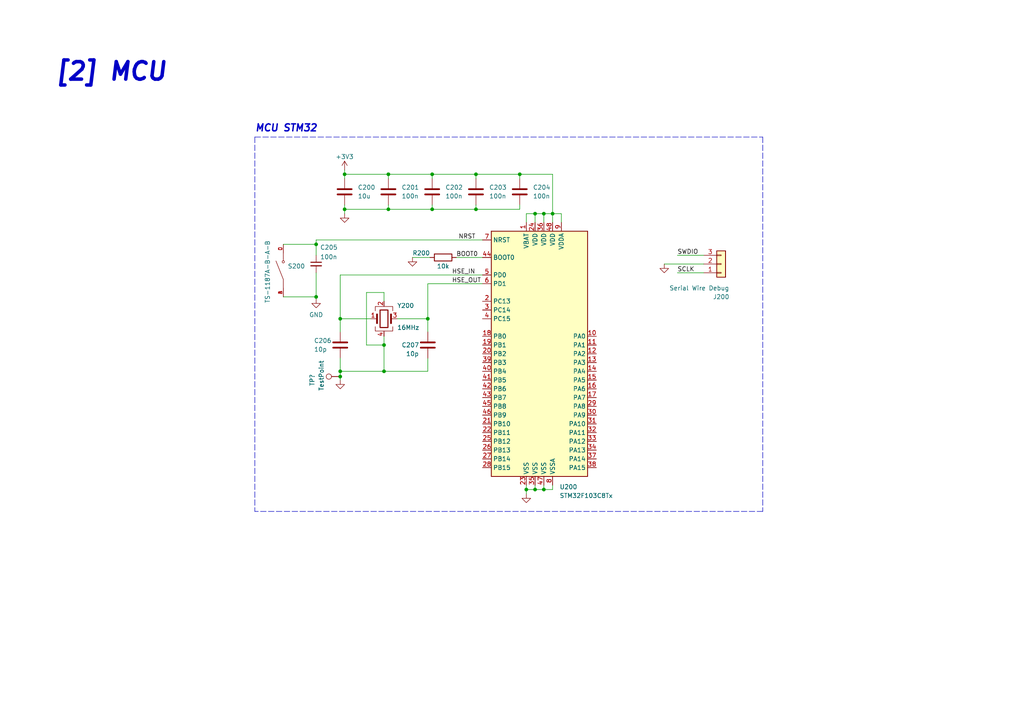
<source format=kicad_sch>
(kicad_sch (version 20211123) (generator eeschema)
  (paper "A4")
  (lib_symbols
    (symbol "Connector:TestPoint" (pin_numbers hide) (pin_names (offset 0.762) hide)
      (property "Reference" "TP" (at 0 6.858 0))
      (property "Value" "TestPoint" (at 0 5.08 0))
      (symbol "TestPoint_0_1"
        (circle (center 0 3.302) (radius 0.762))
      )
      (symbol "TestPoint_1_1"
        (pin passive line (at 0 0 90) (length 2.54) (name "1") (number "1"))
      )
    )
    (symbol "Connector_Generic:Conn_01x03" (pin_names (offset 1.016) hide)
      (property "Reference" "J" (at 0 5.08 0))
      (property "Value" "Conn_01x03" (at 0 -5.08 0))
      (symbol "Conn_01x03_1_1"
        (rectangle (start -1.27 -2.413) (end 0 -2.667) (stroke (width 0.1524)))
        (rectangle (start -1.27 0.127) (end 0 -0.127) (stroke (width 0.1524)))
        (rectangle (start -1.27 2.667) (end 0 2.413) (stroke (width 0.1524)))
        (rectangle (start -1.27 3.81) (end 1.27 -3.81) (stroke (width 0.254)) (fill (type background)))
        (pin passive line (at -5.08 2.54 0) (length 3.81) (name "Pin_1") (number "1"))
        (pin passive line (at -5.08 0 0) (length 3.81) (name "Pin_2") (number "2"))
        (pin passive line (at -5.08 -2.54 0) (length 3.81) (name "Pin_3") (number "3"))
      )
    )
    (symbol "Device:C" (pin_numbers hide) (pin_names (offset 0.254))
      (property "Reference" "C" (at 0.635 2.54 0))
      (property "Value" "C" (at 0.635 -2.54 0))
      (symbol "C_0_1"
        (polyline (pts (xy -2.032 -0.762) (xy 2.032 -0.762)) (stroke (width 0.508)))
        (polyline (pts (xy -2.032 0.762) (xy 2.032 0.762)) (stroke (width 0.508)))
      )
      (symbol "C_1_1"
        (pin passive line (at 0 3.81 270) (length 2.794) (name "~") (number "1"))
        (pin passive line (at 0 -3.81 90) (length 2.794) (name "~") (number "2"))
      )
    )
    (symbol "Device:C_Small" (pin_numbers hide) (pin_names (offset 0.254) hide)
      (property "Reference" "C" (at 0.254 1.778 0))
      (property "Value" "C_Small" (at 0.254 -2.032 0))
      (symbol "C_Small_0_1"
        (polyline (pts (xy -1.524 -0.508) (xy 1.524 -0.508)) (stroke (width 0.3302)))
        (polyline (pts (xy -1.524 0.508) (xy 1.524 0.508)) (stroke (width 0.3048)))
      )
      (symbol "C_Small_1_1"
        (pin passive line (at 0 2.54 270) (length 2.032) (name "~") (number "1"))
        (pin passive line (at 0 -2.54 90) (length 2.032) (name "~") (number "2"))
      )
    )
    (symbol "Device:Crystal_GND24" (pin_names (offset 1.016) hide)
      (property "Reference" "Y" (at 3.175 5.08 0))
      (property "Value" "Crystal_GND24" (at 3.175 3.175 0))
      (symbol "Crystal_GND24_0_1"
        (rectangle (start -1.143 2.54) (end 1.143 -2.54) (stroke (width 0.3048)))
        (polyline (pts (xy -2.54 0) (xy -2.032 0)))
        (polyline (pts (xy -2.032 -1.27) (xy -2.032 1.27)) (stroke (width 0.508)))
        (polyline (pts (xy 0 -3.81) (xy 0 -3.556)))
        (polyline (pts (xy 0 3.556) (xy 0 3.81)))
        (polyline (pts (xy 2.032 -1.27) (xy 2.032 1.27)) (stroke (width 0.508)))
        (polyline (pts (xy 2.032 0) (xy 2.54 0)))
        (polyline (pts (xy -2.54 -2.286) (xy -2.54 -3.556) (xy 2.54 -3.556) (xy 2.54 -2.286)))
        (polyline (pts (xy -2.54 2.286) (xy -2.54 3.556) (xy 2.54 3.556) (xy 2.54 2.286)))
      )
      (symbol "Crystal_GND24_1_1"
        (pin passive line (at -3.81 0 0) (length 1.27) (name "1") (number "1"))
        (pin passive line (at 0 5.08 270) (length 1.27) (name "2") (number "2"))
        (pin passive line (at 3.81 0 180) (length 1.27) (name "3") (number "3"))
        (pin passive line (at 0 -5.08 90) (length 1.27) (name "4") (number "4"))
      )
    )
    (symbol "Device:R" (pin_numbers hide) (pin_names (offset 0))
      (property "Reference" "R" (at 2.032 0 90))
      (property "Value" "R" (at 0 0 90))
      (symbol "R_0_1"
        (rectangle (start -1.016 -2.54) (end 1.016 2.54) (stroke (width 0.254)))
      )
      (symbol "R_1_1"
        (pin passive line (at 0 3.81 270) (length 1.27) (name "~") (number "1"))
        (pin passive line (at 0 -3.81 90) (length 1.27) (name "~") (number "2"))
      )
    )
    (symbol "MCU_ST_STM32F1:STM32F103C8Tx"
      (property "Reference" "U" (at -15.24 36.83 0))
      (property "Value" "STM32F103C8Tx" (at 7.62 36.83 0))
      (symbol "STM32F103C8Tx_0_1"
        (rectangle (start -15.24 -35.56) (end 12.7 35.56) (stroke (width 0.254)) (fill (type background)))
      )
      (symbol "STM32F103C8Tx_1_1"
        (pin power_in line (at -5.08 38.1 270) (length 2.54) (name "VBAT") (number "1"))
        (pin bidirectional line (at 15.24 5.08 180) (length 2.54) (name "PA0") (number "10"))
        (pin bidirectional line (at 15.24 2.54 180) (length 2.54) (name "PA1") (number "11"))
        (pin bidirectional line (at 15.24 0 180) (length 2.54) (name "PA2") (number "12"))
        (pin bidirectional line (at 15.24 -2.54 180) (length 2.54) (name "PA3") (number "13"))
        (pin bidirectional line (at 15.24 -5.08 180) (length 2.54) (name "PA4") (number "14"))
        (pin bidirectional line (at 15.24 -7.62 180) (length 2.54) (name "PA5") (number "15"))
        (pin bidirectional line (at 15.24 -10.16 180) (length 2.54) (name "PA6") (number "16"))
        (pin bidirectional line (at 15.24 -12.7 180) (length 2.54) (name "PA7") (number "17"))
        (pin bidirectional line (at -17.78 5.08 0) (length 2.54) (name "PB0") (number "18"))
        (pin bidirectional line (at -17.78 2.54 0) (length 2.54) (name "PB1") (number "19"))
        (pin bidirectional line (at -17.78 15.24 0) (length 2.54) (name "PC13") (number "2"))
        (pin bidirectional line (at -17.78 0 0) (length 2.54) (name "PB2") (number "20"))
        (pin bidirectional line (at -17.78 -20.32 0) (length 2.54) (name "PB10") (number "21"))
        (pin bidirectional line (at -17.78 -22.86 0) (length 2.54) (name "PB11") (number "22"))
        (pin power_in line (at -5.08 -38.1 90) (length 2.54) (name "VSS") (number "23"))
        (pin power_in line (at -2.54 38.1 270) (length 2.54) (name "VDD") (number "24"))
        (pin bidirectional line (at -17.78 -25.4 0) (length 2.54) (name "PB12") (number "25"))
        (pin bidirectional line (at -17.78 -27.94 0) (length 2.54) (name "PB13") (number "26"))
        (pin bidirectional line (at -17.78 -30.48 0) (length 2.54) (name "PB14") (number "27"))
        (pin bidirectional line (at -17.78 -33.02 0) (length 2.54) (name "PB15") (number "28"))
        (pin bidirectional line (at 15.24 -15.24 180) (length 2.54) (name "PA8") (number "29"))
        (pin bidirectional line (at -17.78 12.7 0) (length 2.54) (name "PC14") (number "3"))
        (pin bidirectional line (at 15.24 -17.78 180) (length 2.54) (name "PA9") (number "30"))
        (pin bidirectional line (at 15.24 -20.32 180) (length 2.54) (name "PA10") (number "31"))
        (pin bidirectional line (at 15.24 -22.86 180) (length 2.54) (name "PA11") (number "32"))
        (pin bidirectional line (at 15.24 -25.4 180) (length 2.54) (name "PA12") (number "33"))
        (pin bidirectional line (at 15.24 -27.94 180) (length 2.54) (name "PA13") (number "34"))
        (pin power_in line (at -2.54 -38.1 90) (length 2.54) (name "VSS") (number "35"))
        (pin power_in line (at 0 38.1 270) (length 2.54) (name "VDD") (number "36"))
        (pin bidirectional line (at 15.24 -30.48 180) (length 2.54) (name "PA14") (number "37"))
        (pin bidirectional line (at 15.24 -33.02 180) (length 2.54) (name "PA15") (number "38"))
        (pin bidirectional line (at -17.78 -2.54 0) (length 2.54) (name "PB3") (number "39"))
        (pin bidirectional line (at -17.78 10.16 0) (length 2.54) (name "PC15") (number "4"))
        (pin bidirectional line (at -17.78 -5.08 0) (length 2.54) (name "PB4") (number "40"))
        (pin bidirectional line (at -17.78 -7.62 0) (length 2.54) (name "PB5") (number "41"))
        (pin bidirectional line (at -17.78 -10.16 0) (length 2.54) (name "PB6") (number "42"))
        (pin bidirectional line (at -17.78 -12.7 0) (length 2.54) (name "PB7") (number "43"))
        (pin input line (at -17.78 27.94 0) (length 2.54) (name "BOOT0") (number "44"))
        (pin bidirectional line (at -17.78 -15.24 0) (length 2.54) (name "PB8") (number "45"))
        (pin bidirectional line (at -17.78 -17.78 0) (length 2.54) (name "PB9") (number "46"))
        (pin power_in line (at 0 -38.1 90) (length 2.54) (name "VSS") (number "47"))
        (pin power_in line (at 2.54 38.1 270) (length 2.54) (name "VDD") (number "48"))
        (pin input line (at -17.78 22.86 0) (length 2.54) (name "PD0") (number "5"))
        (pin input line (at -17.78 20.32 0) (length 2.54) (name "PD1") (number "6"))
        (pin input line (at -17.78 33.02 0) (length 2.54) (name "NRST") (number "7"))
        (pin power_in line (at 2.54 -38.1 90) (length 2.54) (name "VSSA") (number "8"))
        (pin power_in line (at 5.08 38.1 270) (length 2.54) (name "VDDA") (number "9"))
      )
    )
    (symbol "SWITCH_SMD:TS-1187A-B-A-B" (pin_names (offset 1.016))
      (property "Reference" "S" (at -2.54 2.54 0))
      (property "Value" "TS-1187A-B-A-B" (at -2.54 -2.54 0))
      (symbol "TS-1187A-B-A-B_0_0"
        (polyline (pts (xy -2.54 0) (xy -5.08 0)) (stroke (width 0.1524)))
        (polyline (pts (xy -2.54 0) (xy 2.794 2.1336)) (stroke (width 0.1524)))
        (polyline (pts (xy 5.08 0) (xy 2.921 0)) (stroke (width 0.1524)))
        (circle (center 2.54 0) (radius 0.3302) (stroke (width 0.1524)))
        (pin passive line (at -7.62 0 0) (length 2.54) (name "~") (number "A"))
        (pin passive line (at -7.62 0 0) (length 2.54) (name "~") (number "B"))
        (pin passive line (at 7.62 0 180) (length 2.54) (name "~") (number "C"))
        (pin passive line (at 7.62 0 180) (length 2.54) (name "~") (number "D"))
      )
    )
    (symbol "power:+3V3" (power) (pin_names (offset 0))
      (property "Value" "+3V3" (at 0 3.556 0))
      (symbol "+3V3_0_1"
        (polyline (pts (xy -0.762 1.27) (xy 0 2.54)))
        (polyline (pts (xy 0 0) (xy 0 2.54)))
        (polyline (pts (xy 0 2.54) (xy 0.762 1.27)))
      )
      (symbol "+3V3_1_1"
        (pin power_in line (at 0 0 90) (length 0) hide (name "+3V3") (number "1"))
      )
    )
    (symbol "power:GND" (power) (pin_names (offset 0))
      (property "Value" "GND" (at 0 -3.81 0))
      (symbol "GND_0_1"
        (polyline (pts (xy 0 0) (xy 0 -1.27) (xy 1.27 -1.27) (xy 0 -2.54) (xy -1.27 -1.27) (xy 0 -1.27)))
      )
      (symbol "GND_1_1"
        (pin power_in line (at 0 0 270) (length 0) hide (name "GND") (number "1"))
      )
    )
  )
  (junction (at 157.734 141.986))
  (junction (at 99.949 60.706))
  (junction (at 98.679 92.456))
  (junction (at 98.679 107.696))
  (junction (at 112.649 60.706))
  (junction (at 155.194 141.986))
  (junction (at 98.679 109.22))
  (junction (at 155.194 61.976))
  (junction (at 160.274 61.976))
  (junction (at 111.379 107.696))
  (junction (at 91.694 86.106))
  (junction (at 138.049 50.546))
  (junction (at 157.734 61.976))
  (junction (at 150.749 50.546))
  (junction (at 125.349 60.706))
  (junction (at 152.654 141.986))
  (junction (at 138.049 60.706))
  (junction (at 99.949 50.546))
  (junction (at 124.079 92.456))
  (junction (at 112.649 50.546))
  (junction (at 125.349 50.546))
  (junction (at 91.694 70.866))
  (junction (at 111.379 100.076))
  (wire (pts (xy 99.949 60.706) (xy 112.649 60.706)))
  (wire (pts (xy 124.079 92.456) (xy 115.189 92.456)))
  (wire (pts (xy 152.654 141.986) (xy 155.194 141.986)))
  (wire (pts (xy 106.299 100.076) (xy 111.379 100.076)))
  (wire (pts (xy 111.379 97.536) (xy 111.379 100.076)))
  (wire (pts (xy 150.749 60.706) (xy 150.749 59.436)))
  (wire (pts (xy 111.379 100.076) (xy 111.379 107.696)))
  (wire (pts (xy 125.349 59.436) (xy 125.349 60.706)))
  (wire (pts (xy 132.334 74.676) (xy 139.954 74.676)))
  (wire (pts (xy 124.079 107.696) (xy 124.079 103.886)))
  (wire (pts (xy 91.694 69.596) (xy 139.954 69.596)))
  (wire (pts (xy 111.379 84.836) (xy 106.299 84.836)))
  (wire (pts (xy 162.814 64.516) (xy 162.814 61.976)))
  (wire (pts (xy 125.349 51.816) (xy 125.349 50.546)))
  (wire (pts (xy 98.679 107.696) (xy 98.679 103.886)))
  (wire (pts (xy 82.169 70.866) (xy 91.694 70.866)))
  (wire (pts (xy 112.649 60.706) (xy 125.349 60.706)))
  (wire (pts (xy 98.679 79.756) (xy 139.954 79.756)))
  (wire (pts (xy 192.659 76.581) (xy 204.089 76.581)))
  (wire (pts (xy 125.349 50.546) (xy 112.649 50.546)))
  (wire (pts (xy 111.379 87.376) (xy 111.379 84.836)))
  (wire (pts (xy 99.949 60.706) (xy 99.949 59.436)))
  (wire (pts (xy 152.654 140.716) (xy 152.654 141.986)))
  (wire (pts (xy 91.694 70.866) (xy 91.694 74.041)))
  (wire (pts (xy 150.749 50.546) (xy 160.274 50.546)))
  (wire (pts (xy 111.379 107.696) (xy 124.079 107.696)))
  (wire (pts (xy 119.634 74.676) (xy 124.714 74.676)))
  (wire (pts (xy 124.079 82.296) (xy 139.954 82.296)))
  (polyline (pts (xy 73.914 39.751) (xy 221.234 39.751)))
  (wire (pts (xy 157.734 64.516) (xy 157.734 61.976)))
  (wire (pts (xy 112.649 50.546) (xy 99.949 50.546)))
  (wire (pts (xy 138.049 59.436) (xy 138.049 60.706)))
  (wire (pts (xy 196.469 79.121) (xy 204.089 79.121)))
  (wire (pts (xy 155.194 64.516) (xy 155.194 61.976)))
  (wire (pts (xy 155.194 140.716) (xy 155.194 141.986)))
  (wire (pts (xy 91.694 79.121) (xy 91.694 86.106)))
  (wire (pts (xy 138.049 60.706) (xy 150.749 60.706)))
  (polyline (pts (xy 221.234 148.336) (xy 73.914 148.336)))
  (wire (pts (xy 98.679 110.236) (xy 98.679 109.22)))
  (wire (pts (xy 152.654 64.516) (xy 152.654 61.976)))
  (wire (pts (xy 157.734 140.716) (xy 157.734 141.986)))
  (wire (pts (xy 138.049 51.816) (xy 138.049 50.546)))
  (wire (pts (xy 106.299 84.836) (xy 106.299 100.076)))
  (wire (pts (xy 155.194 61.976) (xy 157.734 61.976)))
  (wire (pts (xy 112.649 59.436) (xy 112.649 60.706)))
  (wire (pts (xy 196.469 74.041) (xy 204.089 74.041)))
  (wire (pts (xy 98.679 96.266) (xy 98.679 92.456)))
  (wire (pts (xy 160.274 140.716) (xy 160.274 141.986)))
  (wire (pts (xy 125.349 60.706) (xy 138.049 60.706)))
  (wire (pts (xy 162.814 61.976) (xy 160.274 61.976)))
  (wire (pts (xy 98.679 79.756) (xy 98.679 92.456)))
  (polyline (pts (xy 73.914 39.751) (xy 73.914 148.336)))
  (wire (pts (xy 99.949 50.546) (xy 99.949 49.276)))
  (wire (pts (xy 138.049 50.546) (xy 125.349 50.546)))
  (wire (pts (xy 98.679 92.456) (xy 107.569 92.456)))
  (wire (pts (xy 160.274 50.546) (xy 160.274 61.976)))
  (wire (pts (xy 91.694 86.106) (xy 91.694 86.741)))
  (wire (pts (xy 99.949 61.976) (xy 99.949 60.706)))
  (wire (pts (xy 160.274 61.976) (xy 160.274 64.516)))
  (polyline (pts (xy 221.234 39.751) (xy 221.234 148.336)))
  (wire (pts (xy 124.079 82.296) (xy 124.079 92.456)))
  (wire (pts (xy 91.694 69.596) (xy 91.694 70.866)))
  (wire (pts (xy 82.169 86.106) (xy 91.694 86.106)))
  (wire (pts (xy 138.049 50.546) (xy 150.749 50.546)))
  (wire (pts (xy 99.949 50.546) (xy 99.949 51.816)))
  (wire (pts (xy 157.734 61.976) (xy 160.274 61.976)))
  (wire (pts (xy 152.654 61.976) (xy 155.194 61.976)))
  (wire (pts (xy 112.649 51.816) (xy 112.649 50.546)))
  (wire (pts (xy 157.734 141.986) (xy 155.194 141.986)))
  (wire (pts (xy 160.274 141.986) (xy 157.734 141.986)))
  (wire (pts (xy 150.749 51.816) (xy 150.749 50.546)))
  (wire (pts (xy 98.679 107.696) (xy 111.379 107.696)))
  (wire (pts (xy 98.679 109.22) (xy 98.679 107.696)))
  (wire (pts (xy 124.079 96.266) (xy 124.079 92.456)))
  (wire (pts (xy 152.654 141.986) (xy 152.654 143.256)))
  (text "MCU STM32" (at 73.914 38.481 0) (effects (font (size 2.032 2.032) (thickness 0.4064) bold italic) (justify left bottom)))
  (text "[2] MCU" (at 15.748 23.876 0) (effects (font (size 5.08 5.08) bold italic) (justify left bottom)))
  (label "SCLK" (at 196.469 79.121 0))
  (label "HSE_IN" (at 131.064 79.756 0))
  (label "NRST" (at 132.969 69.596 0))
  (label "SWDIO" (at 196.469 74.041 0))
  (label "BOOT0" (at 132.334 74.676 0))
  (label "HSE_OUT" (at 131.064 82.296 0))
  (symbol (lib_id "power:GND") (at 98.679 110.236 0) (unit 1)
    (property "Reference" "#PWR?" (effects hide))
    (property "Value" "GND" (effects hide))
  )
  (symbol (lib_id "Device:C") (at 124.079 100.076 0) (unit 1)
    (property "Reference" "C207" (at 116.459 100.076 0) (effects (justify left)))
    (property "Value" "10p" (at 117.729 102.616 0) (effects (justify left)))
    (property "Footprint" "Capacitor_SMD:C_0402_1005Metric" (effects hide))
    (property "LCSC" "C32949" (effects hide))
  )
  (symbol (lib_id "power:+3V3") (at 99.949 49.276 0) (unit 1)
    (property "Reference" "#PWR?" (effects hide))
    (property "Value" "+3V3" (at 99.949 45.466 0))
  )
  (symbol (lib_id "Device:Crystal_GND24") (at 111.379 92.456 0) (unit 1)
    (property "Reference" "Y200" (at 115.189 88.646 0) (effects (justify left)))
    (property "Value" "16MHz" (at 115.189 94.996 0) (effects (justify left)))
    (property "Footprint" "Crystal:Crystal_SMD_3225-4Pin_3.2x2.5mm" (effects hide))
    (property "LCSC" "C13738" (effects hide))
  )
  (symbol (lib_id "Connector:TestPoint") (at 98.679 109.22 90) (unit 1)
    (property "Reference" "TP?" (at 90.551 112.014 0) (effects (justify left)))
    (property "Value" "TestPoint" (at 93.218 113.411 0) (effects (justify left)))
    (property "Footprint" "TestPoint:TestPoint_Pad_D2.0mm" (effects hide))
  )
  (symbol (lib_id "power:GND") (at 91.694 86.741 0) (unit 1)
    (property "Reference" "#PWR?" (effects hide))
    (property "Value" "GND" (at 91.694 91.3035 0))
  )
  (symbol (lib_id "Device:C") (at 150.749 55.626 0) (unit 1)
    (property "Reference" "C204" (at 154.559 54.356 0) (effects (justify left)))
    (property "Value" "100n" (at 154.559 56.896 0) (effects (justify left)))
    (property "Footprint" "Capacitor_SMD:C_0402_1005Metric" (effects hide))
    (property "LCSC" "C1525" (effects hide))
  )
  (symbol (lib_id "Device:C") (at 125.349 55.626 0) (unit 1)
    (property "Reference" "C202" (at 129.159 54.356 0) (effects (justify left)))
    (property "Value" "100n" (at 129.159 56.896 0) (effects (justify left)))
    (property "Footprint" "Capacitor_SMD:C_0402_1005Metric" (effects hide))
    (property "LCSC" "C1525" (effects hide))
  )
  (symbol (lib_id "power:GND") (at 119.634 74.676 0) (unit 1)
    (property "Reference" "#PWR?" (effects hide))
    (property "Value" "GND" (effects hide))
  )
  (symbol (lib_id "Device:C") (at 112.649 55.626 0) (unit 1)
    (property "Reference" "C201" (at 116.459 54.356 0) (effects (justify left)))
    (property "Value" "100n" (at 116.459 56.896 0) (effects (justify left)))
    (property "Footprint" "Capacitor_SMD:C_0402_1005Metric" (effects hide))
    (property "LCSC" "C1525" (effects hide))
  )
  (symbol (lib_id "power:GND") (at 192.659 76.581 0) (mirror y) (unit 1)
    (property "Reference" "#PWR?" (effects hide))
    (property "Value" "GND" (effects hide))
  )
  (symbol (lib_id "power:GND") (at 99.949 61.976 0) (unit 1)
    (property "Reference" "#PWR?" (effects hide))
    (property "Value" "GND" (effects hide))
  )
  (symbol (lib_id "Device:C") (at 98.679 100.076 0) (unit 1)
    (property "Reference" "C206" (at 91.059 98.806 0) (effects (justify left)))
    (property "Value" "10p" (at 91.059 101.346 0) (effects (justify left)))
    (property "Footprint" "Capacitor_SMD:C_0402_1005Metric" (effects hide))
    (property "LCSC" "C32949" (effects hide))
  )
  (symbol (lib_id "MCU_ST_STM32F1:STM32F103C8Tx") (at 157.734 102.616 0) (unit 1)
    (property "Reference" "U200" (at 162.2934 141.224 0) (effects (justify left)))
    (property "Value" "STM32F103C8Tx" (at 162.2934 143.764 0) (effects (justify left)))
    (property "Footprint" "Package_QFP:LQFP-48_7x7mm_P0.5mm" (effects hide))
    (property "Datasheet" "http://www.st.com/st-web-ui/static/active/en/resource/technical/document/datasheet/CD00161566.pdf" (effects hide))
  )
  (symbol (lib_id "Device:C_Small") (at 91.694 76.581 0) (unit 1)
    (property "Reference" "C205" (at 92.837 71.755 0) (effects (justify left)))
    (property "Value" "100n" (at 92.837 74.5301 0) (effects (justify left)))
    (property "Footprint" "Capacitor_SMD:C_0402_1005Metric" (effects hide))
    (property "LCSC" "C1525" (effects hide))
  )
  (symbol (lib_id "Device:C") (at 99.949 55.626 0) (unit 1)
    (property "Reference" "C200" (at 103.759 54.356 0) (effects (justify left)))
    (property "Value" "10u" (at 103.759 56.896 0) (effects (justify left)))
    (property "Footprint" "Capacitor_SMD:C_0603_1608Metric" (effects hide))
    (property "LCSC" "C19702" (effects hide))
  )
  (symbol (lib_id "SWITCH_SMD:TS-1187A-B-A-B") (at 82.169 78.486 90) (unit 1)
    (property "Reference" "S200" (at 83.439 77.2159 90) (effects (justify right)))
    (property "Value" "TS-1187A-B-A-B" (at 77.597 69.723 0) (effects (justify right)))
    (property "Footprint" "Jose_:SWITCH_SMD" (effects hide))
    (property "LCSC" "C318884" (effects hide))
  )
  (symbol (lib_id "Device:R") (at 128.524 74.676 270) (unit 1)
    (property "Reference" "R200" (at 122.174 73.406 90))
    (property "Value" "10k" (at 128.524 77.216 90))
    (property "Footprint" "Resistor_SMD:R_0402_1005Metric" (effects hide))
    (property "LCSC" "C25744" (effects hide))
  )
  (symbol (lib_id "Device:C") (at 138.049 55.626 0) (unit 1)
    (property "Reference" "C203" (at 141.859 54.356 0) (effects (justify left)))
    (property "Value" "100n" (at 141.859 56.896 0) (effects (justify left)))
    (property "Footprint" "Capacitor_SMD:C_0402_1005Metric" (effects hide))
    (property "LCSC" "C1525" (effects hide))
  )
  (symbol (lib_id "power:GND") (at 152.654 143.256 0) (mirror y) (unit 1)
    (property "Reference" "#PWR?" (effects hide))
    (property "Value" "GND" (effects hide))
  )
  (symbol (lib_id "Connector_Generic:Conn_01x03") (at 209.169 76.581 0) (mirror x) (unit 1)
    (property "Reference" "J200" (at 209.169 86.106 0))
    (property "Value" "Serial Wire Debug" (at 202.819 83.566 0))
    (property "Footprint" "Connector_PinSocket_2.54mm:PinSocket_1x03_P2.54mm_Vertical" (effects hide))
  )
)
</source>
